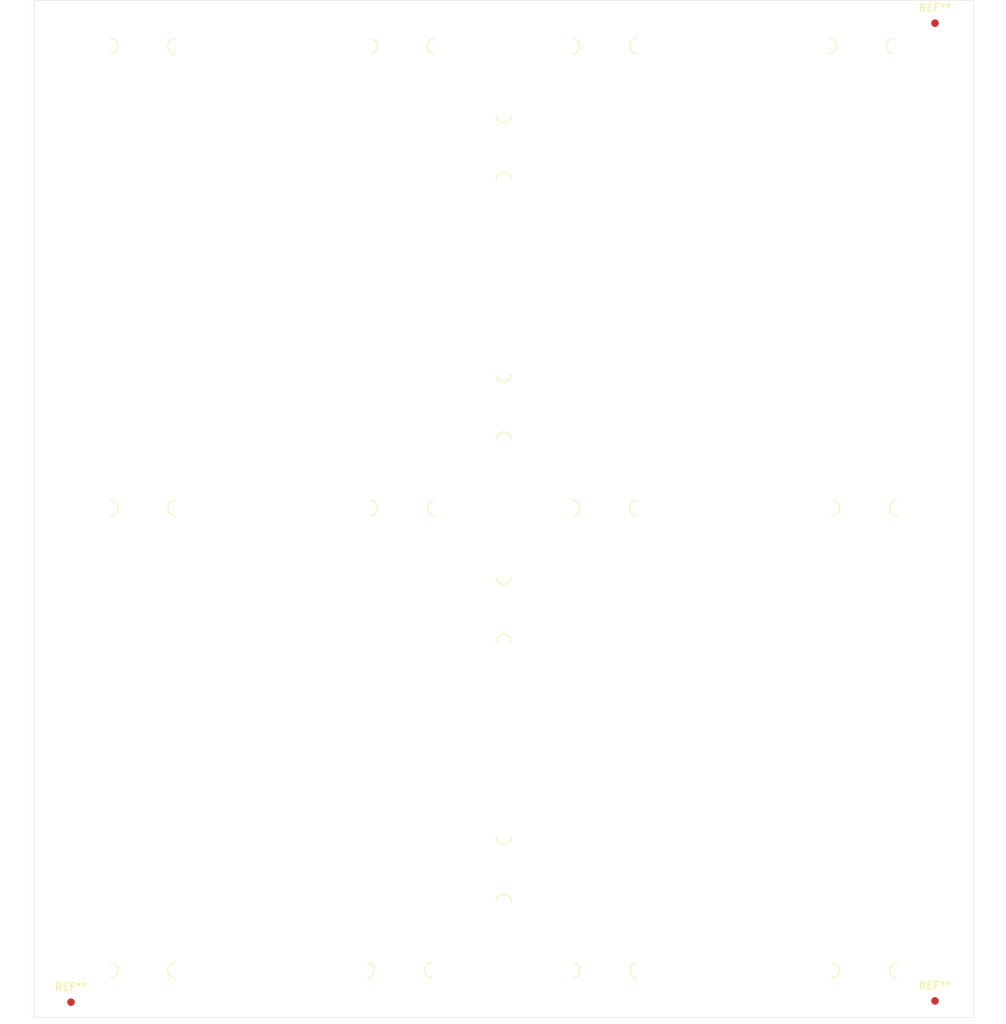
<source format=kicad_pcb>
(kicad_pcb (version 20171130) (host pcbnew "(5.1.9-0-10_14)")

  (general
    (thickness 1.6)
    (drawings 33)
    (tracks 0)
    (zones 0)
    (modules 19)
    (nets 1)
  )

  (page A4)
  (layers
    (0 F.Cu signal)
    (31 B.Cu signal)
    (32 B.Adhes user)
    (33 F.Adhes user)
    (34 B.Paste user)
    (35 F.Paste user)
    (36 B.SilkS user)
    (37 F.SilkS user)
    (38 B.Mask user)
    (39 F.Mask user)
    (40 Dwgs.User user)
    (41 Cmts.User user)
    (42 Eco1.User user)
    (43 Eco2.User user)
    (44 Edge.Cuts user)
    (45 Margin user)
    (46 B.CrtYd user)
    (47 F.CrtYd user)
    (48 B.Fab user)
    (49 F.Fab user)
  )

  (setup
    (last_trace_width 0.25)
    (user_trace_width 0.5)
    (user_trace_width 1)
    (trace_clearance 0.2)
    (zone_clearance 0.1)
    (zone_45_only no)
    (trace_min 0.2)
    (via_size 0.8)
    (via_drill 0.4)
    (via_min_size 0.4)
    (via_min_drill 0.3)
    (uvia_size 0.3)
    (uvia_drill 0.1)
    (uvias_allowed no)
    (uvia_min_size 0.2)
    (uvia_min_drill 0.1)
    (edge_width 0.05)
    (segment_width 0.2)
    (pcb_text_width 0.3)
    (pcb_text_size 1.5 1.5)
    (mod_edge_width 0.12)
    (mod_text_size 1 1)
    (mod_text_width 0.15)
    (pad_size 1.524 1.524)
    (pad_drill 0.762)
    (pad_to_mask_clearance 0)
    (aux_axis_origin 0 0)
    (grid_origin 185.5846 154.321)
    (visible_elements FFFFFF7F)
    (pcbplotparams
      (layerselection 0x010fc_ffffffff)
      (usegerberextensions false)
      (usegerberattributes true)
      (usegerberadvancedattributes true)
      (creategerberjobfile true)
      (excludeedgelayer true)
      (linewidth 0.100000)
      (plotframeref false)
      (viasonmask false)
      (mode 1)
      (useauxorigin false)
      (hpglpennumber 1)
      (hpglpenspeed 20)
      (hpglpendiameter 15.000000)
      (psnegative false)
      (psa4output false)
      (plotreference true)
      (plotvalue true)
      (plotinvisibletext false)
      (padsonsilk false)
      (subtractmaskfromsilk false)
      (outputformat 1)
      (mirror false)
      (drillshape 1)
      (scaleselection 1)
      (outputdirectory ""))
  )

  (net 0 "")

  (net_class Default "This is the default net class."
    (clearance 0.2)
    (trace_width 0.25)
    (via_dia 0.8)
    (via_drill 0.4)
    (uvia_dia 0.3)
    (uvia_drill 0.1)
  )

  (module Fiducial:Fiducial_1mm_Mask2mm (layer F.Cu) (tedit 5C18CB26) (tstamp 60333534)
    (at 67.5846 152.321)
    (descr "Circular Fiducial, 1mm bare copper, 2mm soldermask opening (Level A)")
    (tags fiducial)
    (attr smd)
    (fp_text reference REF** (at 0 -2) (layer F.SilkS)
      (effects (font (size 1 1) (thickness 0.15)))
    )
    (fp_text value Fiducial_1mm_Mask2mm (at 0 2) (layer F.Fab)
      (effects (font (size 1 1) (thickness 0.15)))
    )
    (fp_circle (center 0 0) (end 1 0) (layer F.Fab) (width 0.1))
    (fp_circle (center 0 0) (end 1.25 0) (layer F.CrtYd) (width 0.05))
    (fp_text user %R (at 0 0) (layer F.Fab)
      (effects (font (size 0.4 0.4) (thickness 0.06)))
    )
    (pad "" smd circle (at 0 0) (size 1 1) (layers F.Cu F.Mask)
      (solder_mask_margin 0.5) (clearance 0.5))
  )

  (module Fiducial:Fiducial_1mm_Mask2mm (layer F.Cu) (tedit 5C18CB26) (tstamp 60333505)
    (at 180.5846 24.321)
    (descr "Circular Fiducial, 1mm bare copper, 2mm soldermask opening (Level A)")
    (tags fiducial)
    (attr smd)
    (fp_text reference REF** (at 0 -2) (layer F.SilkS)
      (effects (font (size 1 1) (thickness 0.15)))
    )
    (fp_text value Fiducial_1mm_Mask2mm (at 0 2) (layer F.Fab)
      (effects (font (size 1 1) (thickness 0.15)))
    )
    (fp_text user %R (at 0 0) (layer F.Fab)
      (effects (font (size 0.4 0.4) (thickness 0.06)))
    )
    (fp_circle (center 0 0) (end 1 0) (layer F.Fab) (width 0.1))
    (fp_circle (center 0 0) (end 1.25 0) (layer F.CrtYd) (width 0.05))
    (pad "" smd circle (at 0 0) (size 1 1) (layers F.Cu F.Mask)
      (solder_mask_margin 0.5) (clearance 0.5))
  )

  (module Fiducial:Fiducial_1mm_Mask2mm (layer F.Cu) (tedit 5C18CB26) (tstamp 6033346A)
    (at 180.5846 152.161)
    (descr "Circular Fiducial, 1mm bare copper, 2mm soldermask opening (Level A)")
    (tags fiducial)
    (attr smd)
    (fp_text reference REF** (at 0 -2) (layer F.SilkS)
      (effects (font (size 1 1) (thickness 0.15)))
    )
    (fp_text value Fiducial_1mm_Mask2mm (at 0 2) (layer F.Fab)
      (effects (font (size 1 1) (thickness 0.15)))
    )
    (fp_text user %R (at 0 0) (layer F.Fab)
      (effects (font (size 0.4 0.4) (thickness 0.06)))
    )
    (fp_circle (center 0 0) (end 1 0) (layer F.Fab) (width 0.1))
    (fp_circle (center 0 0) (end 1.25 0) (layer F.CrtYd) (width 0.05))
    (pad "" smd circle (at 0 0) (size 1 1) (layers F.Cu F.Mask)
      (solder_mask_margin 0.5) (clearance 0.5))
  )

  (module Panelization:mouse-bite-2mm-slot (layer F.Cu) (tedit 6032B90F) (tstamp 6033150A)
    (at 135.1646 148.161)
    (fp_text reference mouse-bite-2mm-slot (at 1.524 -2) (layer F.SilkS) hide
      (effects (font (size 1 1) (thickness 0.2)))
    )
    (fp_text value VAL** (at 0 2.1) (layer F.SilkS) hide
      (effects (font (size 1 1) (thickness 0.2)))
    )
    (fp_text user VAL** (at -0.032 2.1) (layer F.SilkS) hide
      (effects (font (size 1 1) (thickness 0.2)))
    )
    (fp_arc (start -2.032 0) (end -2.032 -1) (angle 180) (layer F.SilkS) (width 0.1))
    (fp_arc (start 6.492 0) (end 6.492 1) (angle 180) (layer F.SilkS) (width 0.1))
    (fp_circle (center 6.492 0) (end 6.552 0) (layer Dwgs.User) (width 0.05))
    (fp_circle (center -2.032 0) (end -2.032 -0.06) (layer Dwgs.User) (width 0.05))
    (fp_line (start -2.032 0) (end -2.032 0) (layer Eco1.User) (width 2))
    (fp_line (start 6.492 0) (end 6.492 0) (layer Eco1.User) (width 2))
    (pad "" np_thru_hole circle (at 2.266 0.75) (size 0.5 0.5) (drill 0.5) (layers *.Cu *.Mask))
    (pad "" np_thru_hole circle (at 2.266 -0.75) (size 0.5 0.5) (drill 0.5) (layers *.Cu *.Mask))
    (pad "" np_thru_hole circle (at 4.54 -0.75) (size 0.5 0.5) (drill 0.5) (layers *.Cu *.Mask))
    (pad "" np_thru_hole circle (at 4.54 0.75) (size 0.5 0.5) (drill 0.5) (layers *.Cu *.Mask))
    (pad "" np_thru_hole circle (at 3.79 0.75) (size 0.5 0.5) (drill 0.5) (layers *.Cu *.Mask))
    (pad "" np_thru_hole circle (at 3.79 -0.75) (size 0.5 0.5) (drill 0.5) (layers *.Cu *.Mask))
    (pad "" np_thru_hole circle (at 5.242 -0.75) (size 0.5 0.5) (drill 0.5) (layers *.Cu *.Mask))
    (pad "" np_thru_hole circle (at -0.782 -0.75) (size 0.5 0.5) (drill 0.5) (layers *.Cu *.Mask))
    (pad "" np_thru_hole circle (at -0.782 0.75) (size 0.5 0.5) (drill 0.5) (layers *.Cu *.Mask))
    (pad "" np_thru_hole circle (at 5.242 0.75) (size 0.5 0.5) (drill 0.5) (layers *.Cu *.Mask))
    (pad "" np_thru_hole circle (at 1.492 -0.75) (size 0.5 0.5) (drill 0.5) (layers *.Cu *.Mask))
    (pad "" np_thru_hole circle (at 1.492 0.75) (size 0.5 0.5) (drill 0.5) (layers *.Cu *.Mask))
    (pad "" np_thru_hole circle (at 0.742 0.75) (size 0.5 0.5) (drill 0.5) (layers *.Cu *.Mask))
    (pad "" np_thru_hole circle (at 0.742 -0.75) (size 0.5 0.5) (drill 0.5) (layers *.Cu *.Mask))
    (pad "" np_thru_hole circle (at 3.016 -0.75) (size 0.5 0.5) (drill 0.5) (layers *.Cu *.Mask))
    (pad "" np_thru_hole circle (at 3.016 0.75) (size 0.5 0.5) (drill 0.5) (layers *.Cu *.Mask))
    (pad "" np_thru_hole circle (at -0.032 -0.75) (size 0.5 0.5) (drill 0.5) (layers *.Cu *.Mask))
    (pad "" np_thru_hole circle (at -0.032 0.75) (size 0.5 0.5) (drill 0.5) (layers *.Cu *.Mask))
  )

  (module Panelization:mouse-bite-2mm-slot (layer F.Cu) (tedit 6032B90F) (tstamp 60331519)
    (at 173.5846 148.161 180)
    (fp_text reference mouse-bite-2mm-slot (at 0 -2) (layer F.SilkS) hide
      (effects (font (size 1 1) (thickness 0.2)))
    )
    (fp_text value VAL** (at 0 2.1) (layer F.SilkS) hide
      (effects (font (size 1 1) (thickness 0.2)))
    )
    (fp_text user VAL** (at -0.032 2.1) (layer F.SilkS) hide
      (effects (font (size 1 1) (thickness 0.2)))
    )
    (fp_arc (start -2.032 0) (end -2.032 -1) (angle 180) (layer F.SilkS) (width 0.1))
    (fp_arc (start 6.492 0) (end 6.492 1) (angle 180) (layer F.SilkS) (width 0.1))
    (fp_circle (center 6.492 0) (end 6.552 0) (layer Dwgs.User) (width 0.05))
    (fp_circle (center -2.032 0) (end -2.032 -0.06) (layer Dwgs.User) (width 0.05))
    (fp_line (start -2.032 0) (end -2.032 0) (layer Eco1.User) (width 2))
    (fp_line (start 6.492 0) (end 6.492 0) (layer Eco1.User) (width 2))
    (pad "" np_thru_hole circle (at 2.266 0.75 180) (size 0.5 0.5) (drill 0.5) (layers *.Cu *.Mask))
    (pad "" np_thru_hole circle (at 2.266 -0.75 180) (size 0.5 0.5) (drill 0.5) (layers *.Cu *.Mask))
    (pad "" np_thru_hole circle (at 4.54 -0.75 180) (size 0.5 0.5) (drill 0.5) (layers *.Cu *.Mask))
    (pad "" np_thru_hole circle (at 4.54 0.75 180) (size 0.5 0.5) (drill 0.5) (layers *.Cu *.Mask))
    (pad "" np_thru_hole circle (at 3.79 0.75 180) (size 0.5 0.5) (drill 0.5) (layers *.Cu *.Mask))
    (pad "" np_thru_hole circle (at 3.79 -0.75 180) (size 0.5 0.5) (drill 0.5) (layers *.Cu *.Mask))
    (pad "" np_thru_hole circle (at 5.242 -0.75 180) (size 0.5 0.5) (drill 0.5) (layers *.Cu *.Mask))
    (pad "" np_thru_hole circle (at -0.782 -0.75 180) (size 0.5 0.5) (drill 0.5) (layers *.Cu *.Mask))
    (pad "" np_thru_hole circle (at -0.782 0.75 180) (size 0.5 0.5) (drill 0.5) (layers *.Cu *.Mask))
    (pad "" np_thru_hole circle (at 5.242 0.75 180) (size 0.5 0.5) (drill 0.5) (layers *.Cu *.Mask))
    (pad "" np_thru_hole circle (at 1.492 -0.75 180) (size 0.5 0.5) (drill 0.5) (layers *.Cu *.Mask))
    (pad "" np_thru_hole circle (at 1.492 0.75 180) (size 0.5 0.5) (drill 0.5) (layers *.Cu *.Mask))
    (pad "" np_thru_hole circle (at 0.742 0.75 180) (size 0.5 0.5) (drill 0.5) (layers *.Cu *.Mask))
    (pad "" np_thru_hole circle (at 0.742 -0.75 180) (size 0.5 0.5) (drill 0.5) (layers *.Cu *.Mask))
    (pad "" np_thru_hole circle (at 3.016 -0.75 180) (size 0.5 0.5) (drill 0.5) (layers *.Cu *.Mask))
    (pad "" np_thru_hole circle (at 3.016 0.75 180) (size 0.5 0.5) (drill 0.5) (layers *.Cu *.Mask))
    (pad "" np_thru_hole circle (at -0.032 -0.75 180) (size 0.5 0.5) (drill 0.5) (layers *.Cu *.Mask))
    (pad "" np_thru_hole circle (at -0.032 0.75 180) (size 0.5 0.5) (drill 0.5) (layers *.Cu *.Mask))
  )

  (module Panelization:mouse-bite-2mm-slot (layer F.Cu) (tedit 6032B90F) (tstamp 60331519)
    (at 112.7446 148.161 180)
    (fp_text reference mouse-bite-2mm-slot (at 0 -2) (layer F.SilkS) hide
      (effects (font (size 1 1) (thickness 0.2)))
    )
    (fp_text value VAL** (at 0 2.1) (layer F.SilkS) hide
      (effects (font (size 1 1) (thickness 0.2)))
    )
    (fp_text user VAL** (at -0.032 2.1) (layer F.SilkS) hide
      (effects (font (size 1 1) (thickness 0.2)))
    )
    (fp_arc (start -2.032 0) (end -2.032 -1) (angle 180) (layer F.SilkS) (width 0.1))
    (fp_arc (start 6.492 0) (end 6.492 1) (angle 180) (layer F.SilkS) (width 0.1))
    (fp_circle (center 6.492 0) (end 6.552 0) (layer Dwgs.User) (width 0.05))
    (fp_circle (center -2.032 0) (end -2.032 -0.06) (layer Dwgs.User) (width 0.05))
    (fp_line (start -2.032 0) (end -2.032 0) (layer Eco1.User) (width 2))
    (fp_line (start 6.492 0) (end 6.492 0) (layer Eco1.User) (width 2))
    (pad "" np_thru_hole circle (at 2.266 0.75 180) (size 0.5 0.5) (drill 0.5) (layers *.Cu *.Mask))
    (pad "" np_thru_hole circle (at 2.266 -0.75 180) (size 0.5 0.5) (drill 0.5) (layers *.Cu *.Mask))
    (pad "" np_thru_hole circle (at 4.54 -0.75 180) (size 0.5 0.5) (drill 0.5) (layers *.Cu *.Mask))
    (pad "" np_thru_hole circle (at 4.54 0.75 180) (size 0.5 0.5) (drill 0.5) (layers *.Cu *.Mask))
    (pad "" np_thru_hole circle (at 3.79 0.75 180) (size 0.5 0.5) (drill 0.5) (layers *.Cu *.Mask))
    (pad "" np_thru_hole circle (at 3.79 -0.75 180) (size 0.5 0.5) (drill 0.5) (layers *.Cu *.Mask))
    (pad "" np_thru_hole circle (at 5.242 -0.75 180) (size 0.5 0.5) (drill 0.5) (layers *.Cu *.Mask))
    (pad "" np_thru_hole circle (at -0.782 -0.75 180) (size 0.5 0.5) (drill 0.5) (layers *.Cu *.Mask))
    (pad "" np_thru_hole circle (at -0.782 0.75 180) (size 0.5 0.5) (drill 0.5) (layers *.Cu *.Mask))
    (pad "" np_thru_hole circle (at 5.242 0.75 180) (size 0.5 0.5) (drill 0.5) (layers *.Cu *.Mask))
    (pad "" np_thru_hole circle (at 1.492 -0.75 180) (size 0.5 0.5) (drill 0.5) (layers *.Cu *.Mask))
    (pad "" np_thru_hole circle (at 1.492 0.75 180) (size 0.5 0.5) (drill 0.5) (layers *.Cu *.Mask))
    (pad "" np_thru_hole circle (at 0.742 0.75 180) (size 0.5 0.5) (drill 0.5) (layers *.Cu *.Mask))
    (pad "" np_thru_hole circle (at 0.742 -0.75 180) (size 0.5 0.5) (drill 0.5) (layers *.Cu *.Mask))
    (pad "" np_thru_hole circle (at 3.016 -0.75 180) (size 0.5 0.5) (drill 0.5) (layers *.Cu *.Mask))
    (pad "" np_thru_hole circle (at 3.016 0.75 180) (size 0.5 0.5) (drill 0.5) (layers *.Cu *.Mask))
    (pad "" np_thru_hole circle (at -0.032 -0.75 180) (size 0.5 0.5) (drill 0.5) (layers *.Cu *.Mask))
    (pad "" np_thru_hole circle (at -0.032 0.75 180) (size 0.5 0.5) (drill 0.5) (layers *.Cu *.Mask))
  )

  (module Panelization:mouse-bite-2mm-slot (layer F.Cu) (tedit 6032B90F) (tstamp 6033150A)
    (at 74.7446 148.161)
    (fp_text reference mouse-bite-2mm-slot (at 0 -2) (layer F.SilkS) hide
      (effects (font (size 1 1) (thickness 0.2)))
    )
    (fp_text value VAL** (at 0 2.1) (layer F.SilkS) hide
      (effects (font (size 1 1) (thickness 0.2)))
    )
    (fp_text user VAL** (at -0.032 2.1) (layer F.SilkS) hide
      (effects (font (size 1 1) (thickness 0.2)))
    )
    (fp_arc (start -2.032 0) (end -2.032 -1) (angle 180) (layer F.SilkS) (width 0.1))
    (fp_arc (start 6.492 0) (end 6.492 1) (angle 180) (layer F.SilkS) (width 0.1))
    (fp_circle (center 6.492 0) (end 6.552 0) (layer Dwgs.User) (width 0.05))
    (fp_circle (center -2.032 0) (end -2.032 -0.06) (layer Dwgs.User) (width 0.05))
    (fp_line (start -2.032 0) (end -2.032 0) (layer Eco1.User) (width 2))
    (fp_line (start 6.492 0) (end 6.492 0) (layer Eco1.User) (width 2))
    (pad "" np_thru_hole circle (at 2.266 0.75) (size 0.5 0.5) (drill 0.5) (layers *.Cu *.Mask))
    (pad "" np_thru_hole circle (at 2.266 -0.75) (size 0.5 0.5) (drill 0.5) (layers *.Cu *.Mask))
    (pad "" np_thru_hole circle (at 4.54 -0.75) (size 0.5 0.5) (drill 0.5) (layers *.Cu *.Mask))
    (pad "" np_thru_hole circle (at 4.54 0.75) (size 0.5 0.5) (drill 0.5) (layers *.Cu *.Mask))
    (pad "" np_thru_hole circle (at 3.79 0.75) (size 0.5 0.5) (drill 0.5) (layers *.Cu *.Mask))
    (pad "" np_thru_hole circle (at 3.79 -0.75) (size 0.5 0.5) (drill 0.5) (layers *.Cu *.Mask))
    (pad "" np_thru_hole circle (at 5.242 -0.75) (size 0.5 0.5) (drill 0.5) (layers *.Cu *.Mask))
    (pad "" np_thru_hole circle (at -0.782 -0.75) (size 0.5 0.5) (drill 0.5) (layers *.Cu *.Mask))
    (pad "" np_thru_hole circle (at -0.782 0.75) (size 0.5 0.5) (drill 0.5) (layers *.Cu *.Mask))
    (pad "" np_thru_hole circle (at 5.242 0.75) (size 0.5 0.5) (drill 0.5) (layers *.Cu *.Mask))
    (pad "" np_thru_hole circle (at 1.492 -0.75) (size 0.5 0.5) (drill 0.5) (layers *.Cu *.Mask))
    (pad "" np_thru_hole circle (at 1.492 0.75) (size 0.5 0.5) (drill 0.5) (layers *.Cu *.Mask))
    (pad "" np_thru_hole circle (at 0.742 0.75) (size 0.5 0.5) (drill 0.5) (layers *.Cu *.Mask))
    (pad "" np_thru_hole circle (at 0.742 -0.75) (size 0.5 0.5) (drill 0.5) (layers *.Cu *.Mask))
    (pad "" np_thru_hole circle (at 3.016 -0.75) (size 0.5 0.5) (drill 0.5) (layers *.Cu *.Mask))
    (pad "" np_thru_hole circle (at 3.016 0.75) (size 0.5 0.5) (drill 0.5) (layers *.Cu *.Mask))
    (pad "" np_thru_hole circle (at -0.032 -0.75) (size 0.5 0.5) (drill 0.5) (layers *.Cu *.Mask))
    (pad "" np_thru_hole circle (at -0.032 0.75) (size 0.5 0.5) (drill 0.5) (layers *.Cu *.Mask))
  )

  (module Panelization:mouse-bite-2mm-slot (layer F.Cu) (tedit 6032B90F) (tstamp 60331519)
    (at 173.1646 27.321 180)
    (fp_text reference mouse-bite-2mm-slot (at 0 -2) (layer F.SilkS) hide
      (effects (font (size 1 1) (thickness 0.2)))
    )
    (fp_text value VAL** (at 0 2.1) (layer F.SilkS) hide
      (effects (font (size 1 1) (thickness 0.2)))
    )
    (fp_text user VAL** (at -0.032 2.1) (layer F.SilkS) hide
      (effects (font (size 1 1) (thickness 0.2)))
    )
    (fp_arc (start -2.032 0) (end -2.032 -1) (angle 180) (layer F.SilkS) (width 0.1))
    (fp_arc (start 6.492 0) (end 6.492 1) (angle 180) (layer F.SilkS) (width 0.1))
    (fp_circle (center 6.492 0) (end 6.552 0) (layer Dwgs.User) (width 0.05))
    (fp_circle (center -2.032 0) (end -2.032 -0.06) (layer Dwgs.User) (width 0.05))
    (fp_line (start -2.032 0) (end -2.032 0) (layer Eco1.User) (width 2))
    (fp_line (start 6.492 0) (end 6.492 0) (layer Eco1.User) (width 2))
    (pad "" np_thru_hole circle (at 2.266 0.75 180) (size 0.5 0.5) (drill 0.5) (layers *.Cu *.Mask))
    (pad "" np_thru_hole circle (at 2.266 -0.75 180) (size 0.5 0.5) (drill 0.5) (layers *.Cu *.Mask))
    (pad "" np_thru_hole circle (at 4.54 -0.75 180) (size 0.5 0.5) (drill 0.5) (layers *.Cu *.Mask))
    (pad "" np_thru_hole circle (at 4.54 0.75 180) (size 0.5 0.5) (drill 0.5) (layers *.Cu *.Mask))
    (pad "" np_thru_hole circle (at 3.79 0.75 180) (size 0.5 0.5) (drill 0.5) (layers *.Cu *.Mask))
    (pad "" np_thru_hole circle (at 3.79 -0.75 180) (size 0.5 0.5) (drill 0.5) (layers *.Cu *.Mask))
    (pad "" np_thru_hole circle (at 5.242 -0.75 180) (size 0.5 0.5) (drill 0.5) (layers *.Cu *.Mask))
    (pad "" np_thru_hole circle (at -0.782 -0.75 180) (size 0.5 0.5) (drill 0.5) (layers *.Cu *.Mask))
    (pad "" np_thru_hole circle (at -0.782 0.75 180) (size 0.5 0.5) (drill 0.5) (layers *.Cu *.Mask))
    (pad "" np_thru_hole circle (at 5.242 0.75 180) (size 0.5 0.5) (drill 0.5) (layers *.Cu *.Mask))
    (pad "" np_thru_hole circle (at 1.492 -0.75 180) (size 0.5 0.5) (drill 0.5) (layers *.Cu *.Mask))
    (pad "" np_thru_hole circle (at 1.492 0.75 180) (size 0.5 0.5) (drill 0.5) (layers *.Cu *.Mask))
    (pad "" np_thru_hole circle (at 0.742 0.75 180) (size 0.5 0.5) (drill 0.5) (layers *.Cu *.Mask))
    (pad "" np_thru_hole circle (at 0.742 -0.75 180) (size 0.5 0.5) (drill 0.5) (layers *.Cu *.Mask))
    (pad "" np_thru_hole circle (at 3.016 -0.75 180) (size 0.5 0.5) (drill 0.5) (layers *.Cu *.Mask))
    (pad "" np_thru_hole circle (at 3.016 0.75 180) (size 0.5 0.5) (drill 0.5) (layers *.Cu *.Mask))
    (pad "" np_thru_hole circle (at -0.032 -0.75 180) (size 0.5 0.5) (drill 0.5) (layers *.Cu *.Mask))
    (pad "" np_thru_hole circle (at -0.032 0.75 180) (size 0.5 0.5) (drill 0.5) (layers *.Cu *.Mask))
  )

  (module Panelization:mouse-bite-2mm-slot (layer F.Cu) (tedit 6032B90F) (tstamp 6033150A)
    (at 135.1646 27.321)
    (fp_text reference mouse-bite-2mm-slot (at 0 -2) (layer F.SilkS) hide
      (effects (font (size 1 1) (thickness 0.2)))
    )
    (fp_text value VAL** (at 0 2.1) (layer F.SilkS) hide
      (effects (font (size 1 1) (thickness 0.2)))
    )
    (fp_text user VAL** (at -0.032 2.1) (layer F.SilkS) hide
      (effects (font (size 1 1) (thickness 0.2)))
    )
    (fp_arc (start -2.032 0) (end -2.032 -1) (angle 180) (layer F.SilkS) (width 0.1))
    (fp_arc (start 6.492 0) (end 6.492 1) (angle 180) (layer F.SilkS) (width 0.1))
    (fp_circle (center 6.492 0) (end 6.552 0) (layer Dwgs.User) (width 0.05))
    (fp_circle (center -2.032 0) (end -2.032 -0.06) (layer Dwgs.User) (width 0.05))
    (fp_line (start -2.032 0) (end -2.032 0) (layer Eco1.User) (width 2))
    (fp_line (start 6.492 0) (end 6.492 0) (layer Eco1.User) (width 2))
    (pad "" np_thru_hole circle (at 2.266 0.75) (size 0.5 0.5) (drill 0.5) (layers *.Cu *.Mask))
    (pad "" np_thru_hole circle (at 2.266 -0.75) (size 0.5 0.5) (drill 0.5) (layers *.Cu *.Mask))
    (pad "" np_thru_hole circle (at 4.54 -0.75) (size 0.5 0.5) (drill 0.5) (layers *.Cu *.Mask))
    (pad "" np_thru_hole circle (at 4.54 0.75) (size 0.5 0.5) (drill 0.5) (layers *.Cu *.Mask))
    (pad "" np_thru_hole circle (at 3.79 0.75) (size 0.5 0.5) (drill 0.5) (layers *.Cu *.Mask))
    (pad "" np_thru_hole circle (at 3.79 -0.75) (size 0.5 0.5) (drill 0.5) (layers *.Cu *.Mask))
    (pad "" np_thru_hole circle (at 5.242 -0.75) (size 0.5 0.5) (drill 0.5) (layers *.Cu *.Mask))
    (pad "" np_thru_hole circle (at -0.782 -0.75) (size 0.5 0.5) (drill 0.5) (layers *.Cu *.Mask))
    (pad "" np_thru_hole circle (at -0.782 0.75) (size 0.5 0.5) (drill 0.5) (layers *.Cu *.Mask))
    (pad "" np_thru_hole circle (at 5.242 0.75) (size 0.5 0.5) (drill 0.5) (layers *.Cu *.Mask))
    (pad "" np_thru_hole circle (at 1.492 -0.75) (size 0.5 0.5) (drill 0.5) (layers *.Cu *.Mask))
    (pad "" np_thru_hole circle (at 1.492 0.75) (size 0.5 0.5) (drill 0.5) (layers *.Cu *.Mask))
    (pad "" np_thru_hole circle (at 0.742 0.75) (size 0.5 0.5) (drill 0.5) (layers *.Cu *.Mask))
    (pad "" np_thru_hole circle (at 0.742 -0.75) (size 0.5 0.5) (drill 0.5) (layers *.Cu *.Mask))
    (pad "" np_thru_hole circle (at 3.016 -0.75) (size 0.5 0.5) (drill 0.5) (layers *.Cu *.Mask))
    (pad "" np_thru_hole circle (at 3.016 0.75) (size 0.5 0.5) (drill 0.5) (layers *.Cu *.Mask))
    (pad "" np_thru_hole circle (at -0.032 -0.75) (size 0.5 0.5) (drill 0.5) (layers *.Cu *.Mask))
    (pad "" np_thru_hole circle (at -0.032 0.75) (size 0.5 0.5) (drill 0.5) (layers *.Cu *.Mask))
  )

  (module Panelization:mouse-bite-2mm-slot (layer F.Cu) (tedit 6032B90F) (tstamp 60331519)
    (at 113.1646 27.321 180)
    (fp_text reference mouse-bite-2mm-slot (at 0 -2) (layer F.SilkS) hide
      (effects (font (size 1 1) (thickness 0.2)))
    )
    (fp_text value VAL** (at 0 2.1) (layer F.SilkS) hide
      (effects (font (size 1 1) (thickness 0.2)))
    )
    (fp_text user VAL** (at -0.032 2.1) (layer F.SilkS) hide
      (effects (font (size 1 1) (thickness 0.2)))
    )
    (fp_arc (start -2.032 0) (end -2.032 -1) (angle 180) (layer F.SilkS) (width 0.1))
    (fp_arc (start 6.492 0) (end 6.492 1) (angle 180) (layer F.SilkS) (width 0.1))
    (fp_circle (center 6.492 0) (end 6.552 0) (layer Dwgs.User) (width 0.05))
    (fp_circle (center -2.032 0) (end -2.032 -0.06) (layer Dwgs.User) (width 0.05))
    (fp_line (start -2.032 0) (end -2.032 0) (layer Eco1.User) (width 2))
    (fp_line (start 6.492 0) (end 6.492 0) (layer Eco1.User) (width 2))
    (pad "" np_thru_hole circle (at 2.266 0.75 180) (size 0.5 0.5) (drill 0.5) (layers *.Cu *.Mask))
    (pad "" np_thru_hole circle (at 2.266 -0.75 180) (size 0.5 0.5) (drill 0.5) (layers *.Cu *.Mask))
    (pad "" np_thru_hole circle (at 4.54 -0.75 180) (size 0.5 0.5) (drill 0.5) (layers *.Cu *.Mask))
    (pad "" np_thru_hole circle (at 4.54 0.75 180) (size 0.5 0.5) (drill 0.5) (layers *.Cu *.Mask))
    (pad "" np_thru_hole circle (at 3.79 0.75 180) (size 0.5 0.5) (drill 0.5) (layers *.Cu *.Mask))
    (pad "" np_thru_hole circle (at 3.79 -0.75 180) (size 0.5 0.5) (drill 0.5) (layers *.Cu *.Mask))
    (pad "" np_thru_hole circle (at 5.242 -0.75 180) (size 0.5 0.5) (drill 0.5) (layers *.Cu *.Mask))
    (pad "" np_thru_hole circle (at -0.782 -0.75 180) (size 0.5 0.5) (drill 0.5) (layers *.Cu *.Mask))
    (pad "" np_thru_hole circle (at -0.782 0.75 180) (size 0.5 0.5) (drill 0.5) (layers *.Cu *.Mask))
    (pad "" np_thru_hole circle (at 5.242 0.75 180) (size 0.5 0.5) (drill 0.5) (layers *.Cu *.Mask))
    (pad "" np_thru_hole circle (at 1.492 -0.75 180) (size 0.5 0.5) (drill 0.5) (layers *.Cu *.Mask))
    (pad "" np_thru_hole circle (at 1.492 0.75 180) (size 0.5 0.5) (drill 0.5) (layers *.Cu *.Mask))
    (pad "" np_thru_hole circle (at 0.742 0.75 180) (size 0.5 0.5) (drill 0.5) (layers *.Cu *.Mask))
    (pad "" np_thru_hole circle (at 0.742 -0.75 180) (size 0.5 0.5) (drill 0.5) (layers *.Cu *.Mask))
    (pad "" np_thru_hole circle (at 3.016 -0.75 180) (size 0.5 0.5) (drill 0.5) (layers *.Cu *.Mask))
    (pad "" np_thru_hole circle (at 3.016 0.75 180) (size 0.5 0.5) (drill 0.5) (layers *.Cu *.Mask))
    (pad "" np_thru_hole circle (at -0.032 -0.75 180) (size 0.5 0.5) (drill 0.5) (layers *.Cu *.Mask))
    (pad "" np_thru_hole circle (at -0.032 0.75 180) (size 0.5 0.5) (drill 0.5) (layers *.Cu *.Mask))
  )

  (module Panelization:mouse-bite-2mm-slot (layer F.Cu) (tedit 6032B90F) (tstamp 6033150A)
    (at 74.7446 27.321)
    (fp_text reference mouse-bite-2mm-slot (at 0 -2) (layer F.SilkS) hide
      (effects (font (size 1 1) (thickness 0.2)))
    )
    (fp_text value VAL** (at 0 2.1) (layer F.SilkS) hide
      (effects (font (size 1 1) (thickness 0.2)))
    )
    (fp_text user VAL** (at -0.032 2.1) (layer F.SilkS) hide
      (effects (font (size 1 1) (thickness 0.2)))
    )
    (fp_arc (start -2.032 0) (end -2.032 -1) (angle 180) (layer F.SilkS) (width 0.1))
    (fp_arc (start 6.492 0) (end 6.492 1) (angle 180) (layer F.SilkS) (width 0.1))
    (fp_circle (center 6.492 0) (end 6.552 0) (layer Dwgs.User) (width 0.05))
    (fp_circle (center -2.032 0) (end -2.032 -0.06) (layer Dwgs.User) (width 0.05))
    (fp_line (start -2.032 0) (end -2.032 0) (layer Eco1.User) (width 2))
    (fp_line (start 6.492 0) (end 6.492 0) (layer Eco1.User) (width 2))
    (pad "" np_thru_hole circle (at 2.266 0.75) (size 0.5 0.5) (drill 0.5) (layers *.Cu *.Mask))
    (pad "" np_thru_hole circle (at 2.266 -0.75) (size 0.5 0.5) (drill 0.5) (layers *.Cu *.Mask))
    (pad "" np_thru_hole circle (at 4.54 -0.75) (size 0.5 0.5) (drill 0.5) (layers *.Cu *.Mask))
    (pad "" np_thru_hole circle (at 4.54 0.75) (size 0.5 0.5) (drill 0.5) (layers *.Cu *.Mask))
    (pad "" np_thru_hole circle (at 3.79 0.75) (size 0.5 0.5) (drill 0.5) (layers *.Cu *.Mask))
    (pad "" np_thru_hole circle (at 3.79 -0.75) (size 0.5 0.5) (drill 0.5) (layers *.Cu *.Mask))
    (pad "" np_thru_hole circle (at 5.242 -0.75) (size 0.5 0.5) (drill 0.5) (layers *.Cu *.Mask))
    (pad "" np_thru_hole circle (at -0.782 -0.75) (size 0.5 0.5) (drill 0.5) (layers *.Cu *.Mask))
    (pad "" np_thru_hole circle (at -0.782 0.75) (size 0.5 0.5) (drill 0.5) (layers *.Cu *.Mask))
    (pad "" np_thru_hole circle (at 5.242 0.75) (size 0.5 0.5) (drill 0.5) (layers *.Cu *.Mask))
    (pad "" np_thru_hole circle (at 1.492 -0.75) (size 0.5 0.5) (drill 0.5) (layers *.Cu *.Mask))
    (pad "" np_thru_hole circle (at 1.492 0.75) (size 0.5 0.5) (drill 0.5) (layers *.Cu *.Mask))
    (pad "" np_thru_hole circle (at 0.742 0.75) (size 0.5 0.5) (drill 0.5) (layers *.Cu *.Mask))
    (pad "" np_thru_hole circle (at 0.742 -0.75) (size 0.5 0.5) (drill 0.5) (layers *.Cu *.Mask))
    (pad "" np_thru_hole circle (at 3.016 -0.75) (size 0.5 0.5) (drill 0.5) (layers *.Cu *.Mask))
    (pad "" np_thru_hole circle (at 3.016 0.75) (size 0.5 0.5) (drill 0.5) (layers *.Cu *.Mask))
    (pad "" np_thru_hole circle (at -0.032 -0.75) (size 0.5 0.5) (drill 0.5) (layers *.Cu *.Mask))
    (pad "" np_thru_hole circle (at -0.032 0.75) (size 0.5 0.5) (drill 0.5) (layers *.Cu *.Mask))
  )

  (module Panelization:mouse-bite-2mm-slot (layer F.Cu) (tedit 6032B90F) (tstamp 60331519)
    (at 135.1646 87.741)
    (fp_text reference mouse-bite-2mm-slot (at 0 -2) (layer F.SilkS) hide
      (effects (font (size 1 1) (thickness 0.2)))
    )
    (fp_text value VAL** (at 0 2.1) (layer F.SilkS) hide
      (effects (font (size 1 1) (thickness 0.2)))
    )
    (fp_text user VAL** (at -0.032 2.1) (layer F.SilkS) hide
      (effects (font (size 1 1) (thickness 0.2)))
    )
    (fp_arc (start -2.032 0) (end -2.032 -1) (angle 180) (layer F.SilkS) (width 0.1))
    (fp_arc (start 6.492 0) (end 6.492 1) (angle 180) (layer F.SilkS) (width 0.1))
    (fp_circle (center 6.492 0) (end 6.552 0) (layer Dwgs.User) (width 0.05))
    (fp_circle (center -2.032 0) (end -2.032 -0.06) (layer Dwgs.User) (width 0.05))
    (fp_line (start -2.032 0) (end -2.032 0) (layer Eco1.User) (width 2))
    (fp_line (start 6.492 0) (end 6.492 0) (layer Eco1.User) (width 2))
    (pad "" np_thru_hole circle (at 2.266 0.75) (size 0.5 0.5) (drill 0.5) (layers *.Cu *.Mask))
    (pad "" np_thru_hole circle (at 2.266 -0.75) (size 0.5 0.5) (drill 0.5) (layers *.Cu *.Mask))
    (pad "" np_thru_hole circle (at 4.54 -0.75) (size 0.5 0.5) (drill 0.5) (layers *.Cu *.Mask))
    (pad "" np_thru_hole circle (at 4.54 0.75) (size 0.5 0.5) (drill 0.5) (layers *.Cu *.Mask))
    (pad "" np_thru_hole circle (at 3.79 0.75) (size 0.5 0.5) (drill 0.5) (layers *.Cu *.Mask))
    (pad "" np_thru_hole circle (at 3.79 -0.75) (size 0.5 0.5) (drill 0.5) (layers *.Cu *.Mask))
    (pad "" np_thru_hole circle (at 5.242 -0.75) (size 0.5 0.5) (drill 0.5) (layers *.Cu *.Mask))
    (pad "" np_thru_hole circle (at -0.782 -0.75) (size 0.5 0.5) (drill 0.5) (layers *.Cu *.Mask))
    (pad "" np_thru_hole circle (at -0.782 0.75) (size 0.5 0.5) (drill 0.5) (layers *.Cu *.Mask))
    (pad "" np_thru_hole circle (at 5.242 0.75) (size 0.5 0.5) (drill 0.5) (layers *.Cu *.Mask))
    (pad "" np_thru_hole circle (at 1.492 -0.75) (size 0.5 0.5) (drill 0.5) (layers *.Cu *.Mask))
    (pad "" np_thru_hole circle (at 1.492 0.75) (size 0.5 0.5) (drill 0.5) (layers *.Cu *.Mask))
    (pad "" np_thru_hole circle (at 0.742 0.75) (size 0.5 0.5) (drill 0.5) (layers *.Cu *.Mask))
    (pad "" np_thru_hole circle (at 0.742 -0.75) (size 0.5 0.5) (drill 0.5) (layers *.Cu *.Mask))
    (pad "" np_thru_hole circle (at 3.016 -0.75) (size 0.5 0.5) (drill 0.5) (layers *.Cu *.Mask))
    (pad "" np_thru_hole circle (at 3.016 0.75) (size 0.5 0.5) (drill 0.5) (layers *.Cu *.Mask))
    (pad "" np_thru_hole circle (at -0.032 -0.75) (size 0.5 0.5) (drill 0.5) (layers *.Cu *.Mask))
    (pad "" np_thru_hole circle (at -0.032 0.75) (size 0.5 0.5) (drill 0.5) (layers *.Cu *.Mask))
  )

  (module Panelization:mouse-bite-2mm-slot (layer F.Cu) (tedit 6032B90F) (tstamp 6033150A)
    (at 173.5846 87.741 180)
    (fp_text reference mouse-bite-2mm-slot (at 0 -2) (layer F.SilkS) hide
      (effects (font (size 1 1) (thickness 0.2)))
    )
    (fp_text value VAL** (at 0 2.1) (layer F.SilkS) hide
      (effects (font (size 1 1) (thickness 0.2)))
    )
    (fp_text user VAL** (at -0.032 2.1) (layer F.SilkS) hide
      (effects (font (size 1 1) (thickness 0.2)))
    )
    (fp_arc (start -2.032 0) (end -2.032 -1) (angle 180) (layer F.SilkS) (width 0.1))
    (fp_arc (start 6.492 0) (end 6.492 1) (angle 180) (layer F.SilkS) (width 0.1))
    (fp_circle (center 6.492 0) (end 6.552 0) (layer Dwgs.User) (width 0.05))
    (fp_circle (center -2.032 0) (end -2.032 -0.06) (layer Dwgs.User) (width 0.05))
    (fp_line (start -2.032 0) (end -2.032 0) (layer Eco1.User) (width 2))
    (fp_line (start 6.492 0) (end 6.492 0) (layer Eco1.User) (width 2))
    (pad "" np_thru_hole circle (at 2.266 0.75 180) (size 0.5 0.5) (drill 0.5) (layers *.Cu *.Mask))
    (pad "" np_thru_hole circle (at 2.266 -0.75 180) (size 0.5 0.5) (drill 0.5) (layers *.Cu *.Mask))
    (pad "" np_thru_hole circle (at 4.54 -0.75 180) (size 0.5 0.5) (drill 0.5) (layers *.Cu *.Mask))
    (pad "" np_thru_hole circle (at 4.54 0.75 180) (size 0.5 0.5) (drill 0.5) (layers *.Cu *.Mask))
    (pad "" np_thru_hole circle (at 3.79 0.75 180) (size 0.5 0.5) (drill 0.5) (layers *.Cu *.Mask))
    (pad "" np_thru_hole circle (at 3.79 -0.75 180) (size 0.5 0.5) (drill 0.5) (layers *.Cu *.Mask))
    (pad "" np_thru_hole circle (at 5.242 -0.75 180) (size 0.5 0.5) (drill 0.5) (layers *.Cu *.Mask))
    (pad "" np_thru_hole circle (at -0.782 -0.75 180) (size 0.5 0.5) (drill 0.5) (layers *.Cu *.Mask))
    (pad "" np_thru_hole circle (at -0.782 0.75 180) (size 0.5 0.5) (drill 0.5) (layers *.Cu *.Mask))
    (pad "" np_thru_hole circle (at 5.242 0.75 180) (size 0.5 0.5) (drill 0.5) (layers *.Cu *.Mask))
    (pad "" np_thru_hole circle (at 1.492 -0.75 180) (size 0.5 0.5) (drill 0.5) (layers *.Cu *.Mask))
    (pad "" np_thru_hole circle (at 1.492 0.75 180) (size 0.5 0.5) (drill 0.5) (layers *.Cu *.Mask))
    (pad "" np_thru_hole circle (at 0.742 0.75 180) (size 0.5 0.5) (drill 0.5) (layers *.Cu *.Mask))
    (pad "" np_thru_hole circle (at 0.742 -0.75 180) (size 0.5 0.5) (drill 0.5) (layers *.Cu *.Mask))
    (pad "" np_thru_hole circle (at 3.016 -0.75 180) (size 0.5 0.5) (drill 0.5) (layers *.Cu *.Mask))
    (pad "" np_thru_hole circle (at 3.016 0.75 180) (size 0.5 0.5) (drill 0.5) (layers *.Cu *.Mask))
    (pad "" np_thru_hole circle (at -0.032 -0.75 180) (size 0.5 0.5) (drill 0.5) (layers *.Cu *.Mask))
    (pad "" np_thru_hole circle (at -0.032 0.75 180) (size 0.5 0.5) (drill 0.5) (layers *.Cu *.Mask))
  )

  (module Panelization:mouse-bite-2mm-slot (layer F.Cu) (tedit 6032B90F) (tstamp 60332F5F)
    (at 124.1646 98.741 270)
    (fp_text reference mouse-bite-2mm-slot (at 0 -2 90) (layer F.SilkS) hide
      (effects (font (size 1 1) (thickness 0.2)))
    )
    (fp_text value VAL** (at 0 2.1 90) (layer F.SilkS) hide
      (effects (font (size 1 1) (thickness 0.2)))
    )
    (fp_text user VAL** (at -0.032 2.1 90) (layer F.SilkS) hide
      (effects (font (size 1 1) (thickness 0.2)))
    )
    (fp_arc (start -2.032 0) (end -2.032 -1) (angle 180) (layer F.SilkS) (width 0.1))
    (fp_arc (start 6.492 0) (end 6.492 1) (angle 180) (layer F.SilkS) (width 0.1))
    (fp_circle (center 6.492 0) (end 6.552 0) (layer Dwgs.User) (width 0.05))
    (fp_circle (center -2.032 0) (end -2.032 -0.06) (layer Dwgs.User) (width 0.05))
    (fp_line (start -2.032 0) (end -2.032 0) (layer Eco1.User) (width 2))
    (fp_line (start 6.492 0) (end 6.492 0) (layer Eco1.User) (width 2))
    (pad "" np_thru_hole circle (at 2.266 0.75 270) (size 0.5 0.5) (drill 0.5) (layers *.Cu *.Mask))
    (pad "" np_thru_hole circle (at 2.266 -0.75 270) (size 0.5 0.5) (drill 0.5) (layers *.Cu *.Mask))
    (pad "" np_thru_hole circle (at 4.54 -0.75 270) (size 0.5 0.5) (drill 0.5) (layers *.Cu *.Mask))
    (pad "" np_thru_hole circle (at 4.54 0.75 270) (size 0.5 0.5) (drill 0.5) (layers *.Cu *.Mask))
    (pad "" np_thru_hole circle (at 3.79 0.75 270) (size 0.5 0.5) (drill 0.5) (layers *.Cu *.Mask))
    (pad "" np_thru_hole circle (at 3.79 -0.75 270) (size 0.5 0.5) (drill 0.5) (layers *.Cu *.Mask))
    (pad "" np_thru_hole circle (at 5.242 -0.75 270) (size 0.5 0.5) (drill 0.5) (layers *.Cu *.Mask))
    (pad "" np_thru_hole circle (at -0.782 -0.75 270) (size 0.5 0.5) (drill 0.5) (layers *.Cu *.Mask))
    (pad "" np_thru_hole circle (at -0.782 0.75 270) (size 0.5 0.5) (drill 0.5) (layers *.Cu *.Mask))
    (pad "" np_thru_hole circle (at 5.242 0.75 270) (size 0.5 0.5) (drill 0.5) (layers *.Cu *.Mask))
    (pad "" np_thru_hole circle (at 1.492 -0.75 270) (size 0.5 0.5) (drill 0.5) (layers *.Cu *.Mask))
    (pad "" np_thru_hole circle (at 1.492 0.75 270) (size 0.5 0.5) (drill 0.5) (layers *.Cu *.Mask))
    (pad "" np_thru_hole circle (at 0.742 0.75 270) (size 0.5 0.5) (drill 0.5) (layers *.Cu *.Mask))
    (pad "" np_thru_hole circle (at 0.742 -0.75 270) (size 0.5 0.5) (drill 0.5) (layers *.Cu *.Mask))
    (pad "" np_thru_hole circle (at 3.016 -0.75 270) (size 0.5 0.5) (drill 0.5) (layers *.Cu *.Mask))
    (pad "" np_thru_hole circle (at 3.016 0.75 270) (size 0.5 0.5) (drill 0.5) (layers *.Cu *.Mask))
    (pad "" np_thru_hole circle (at -0.032 -0.75 270) (size 0.5 0.5) (drill 0.5) (layers *.Cu *.Mask))
    (pad "" np_thru_hole circle (at -0.032 0.75 270) (size 0.5 0.5) (drill 0.5) (layers *.Cu *.Mask))
  )

  (module Panelization:mouse-bite-2mm-slot (layer F.Cu) (tedit 6032B90F) (tstamp 6033150A)
    (at 124.1646 137.161 90)
    (fp_text reference mouse-bite-2mm-slot (at 0 -2 90) (layer F.SilkS) hide
      (effects (font (size 1 1) (thickness 0.2)))
    )
    (fp_text value VAL** (at 0 2.1 90) (layer F.SilkS) hide
      (effects (font (size 1 1) (thickness 0.2)))
    )
    (fp_text user VAL** (at -0.032 2.1 90) (layer F.SilkS) hide
      (effects (font (size 1 1) (thickness 0.2)))
    )
    (fp_arc (start -2.032 0) (end -2.032 -1) (angle 180) (layer F.SilkS) (width 0.1))
    (fp_arc (start 6.492 0) (end 6.492 1) (angle 180) (layer F.SilkS) (width 0.1))
    (fp_circle (center 6.492 0) (end 6.552 0) (layer Dwgs.User) (width 0.05))
    (fp_circle (center -2.032 0) (end -2.032 -0.06) (layer Dwgs.User) (width 0.05))
    (fp_line (start -2.032 0) (end -2.032 0) (layer Eco1.User) (width 2))
    (fp_line (start 6.492 0) (end 6.492 0) (layer Eco1.User) (width 2))
    (pad "" np_thru_hole circle (at 2.266 0.75 90) (size 0.5 0.5) (drill 0.5) (layers *.Cu *.Mask))
    (pad "" np_thru_hole circle (at 2.266 -0.75 90) (size 0.5 0.5) (drill 0.5) (layers *.Cu *.Mask))
    (pad "" np_thru_hole circle (at 4.54 -0.75 90) (size 0.5 0.5) (drill 0.5) (layers *.Cu *.Mask))
    (pad "" np_thru_hole circle (at 4.54 0.75 90) (size 0.5 0.5) (drill 0.5) (layers *.Cu *.Mask))
    (pad "" np_thru_hole circle (at 3.79 0.75 90) (size 0.5 0.5) (drill 0.5) (layers *.Cu *.Mask))
    (pad "" np_thru_hole circle (at 3.79 -0.75 90) (size 0.5 0.5) (drill 0.5) (layers *.Cu *.Mask))
    (pad "" np_thru_hole circle (at 5.242 -0.75 90) (size 0.5 0.5) (drill 0.5) (layers *.Cu *.Mask))
    (pad "" np_thru_hole circle (at -0.782 -0.75 90) (size 0.5 0.5) (drill 0.5) (layers *.Cu *.Mask))
    (pad "" np_thru_hole circle (at -0.782 0.75 90) (size 0.5 0.5) (drill 0.5) (layers *.Cu *.Mask))
    (pad "" np_thru_hole circle (at 5.242 0.75 90) (size 0.5 0.5) (drill 0.5) (layers *.Cu *.Mask))
    (pad "" np_thru_hole circle (at 1.492 -0.75 90) (size 0.5 0.5) (drill 0.5) (layers *.Cu *.Mask))
    (pad "" np_thru_hole circle (at 1.492 0.75 90) (size 0.5 0.5) (drill 0.5) (layers *.Cu *.Mask))
    (pad "" np_thru_hole circle (at 0.742 0.75 90) (size 0.5 0.5) (drill 0.5) (layers *.Cu *.Mask))
    (pad "" np_thru_hole circle (at 0.742 -0.75 90) (size 0.5 0.5) (drill 0.5) (layers *.Cu *.Mask))
    (pad "" np_thru_hole circle (at 3.016 -0.75 90) (size 0.5 0.5) (drill 0.5) (layers *.Cu *.Mask))
    (pad "" np_thru_hole circle (at 3.016 0.75 90) (size 0.5 0.5) (drill 0.5) (layers *.Cu *.Mask))
    (pad "" np_thru_hole circle (at -0.032 -0.75 90) (size 0.5 0.5) (drill 0.5) (layers *.Cu *.Mask))
    (pad "" np_thru_hole circle (at -0.032 0.75 90) (size 0.5 0.5) (drill 0.5) (layers *.Cu *.Mask))
  )

  (module Panelization:mouse-bite-2mm-slot (layer F.Cu) (tedit 6032B90F) (tstamp 60331519)
    (at 124.1646 76.741 90)
    (fp_text reference mouse-bite-2mm-slot (at 0 -2 90) (layer F.SilkS) hide
      (effects (font (size 1 1) (thickness 0.2)))
    )
    (fp_text value VAL** (at 0 2.1 90) (layer F.SilkS) hide
      (effects (font (size 1 1) (thickness 0.2)))
    )
    (fp_text user VAL** (at -0.032 2.1 90) (layer F.SilkS) hide
      (effects (font (size 1 1) (thickness 0.2)))
    )
    (fp_arc (start -2.032 0) (end -2.032 -1) (angle 180) (layer F.SilkS) (width 0.1))
    (fp_arc (start 6.492 0) (end 6.492 1) (angle 180) (layer F.SilkS) (width 0.1))
    (fp_circle (center 6.492 0) (end 6.552 0) (layer Dwgs.User) (width 0.05))
    (fp_circle (center -2.032 0) (end -2.032 -0.06) (layer Dwgs.User) (width 0.05))
    (fp_line (start -2.032 0) (end -2.032 0) (layer Eco1.User) (width 2))
    (fp_line (start 6.492 0) (end 6.492 0) (layer Eco1.User) (width 2))
    (pad "" np_thru_hole circle (at 2.266 0.75 90) (size 0.5 0.5) (drill 0.5) (layers *.Cu *.Mask))
    (pad "" np_thru_hole circle (at 2.266 -0.75 90) (size 0.5 0.5) (drill 0.5) (layers *.Cu *.Mask))
    (pad "" np_thru_hole circle (at 4.54 -0.75 90) (size 0.5 0.5) (drill 0.5) (layers *.Cu *.Mask))
    (pad "" np_thru_hole circle (at 4.54 0.75 90) (size 0.5 0.5) (drill 0.5) (layers *.Cu *.Mask))
    (pad "" np_thru_hole circle (at 3.79 0.75 90) (size 0.5 0.5) (drill 0.5) (layers *.Cu *.Mask))
    (pad "" np_thru_hole circle (at 3.79 -0.75 90) (size 0.5 0.5) (drill 0.5) (layers *.Cu *.Mask))
    (pad "" np_thru_hole circle (at 5.242 -0.75 90) (size 0.5 0.5) (drill 0.5) (layers *.Cu *.Mask))
    (pad "" np_thru_hole circle (at -0.782 -0.75 90) (size 0.5 0.5) (drill 0.5) (layers *.Cu *.Mask))
    (pad "" np_thru_hole circle (at -0.782 0.75 90) (size 0.5 0.5) (drill 0.5) (layers *.Cu *.Mask))
    (pad "" np_thru_hole circle (at 5.242 0.75 90) (size 0.5 0.5) (drill 0.5) (layers *.Cu *.Mask))
    (pad "" np_thru_hole circle (at 1.492 -0.75 90) (size 0.5 0.5) (drill 0.5) (layers *.Cu *.Mask))
    (pad "" np_thru_hole circle (at 1.492 0.75 90) (size 0.5 0.5) (drill 0.5) (layers *.Cu *.Mask))
    (pad "" np_thru_hole circle (at 0.742 0.75 90) (size 0.5 0.5) (drill 0.5) (layers *.Cu *.Mask))
    (pad "" np_thru_hole circle (at 0.742 -0.75 90) (size 0.5 0.5) (drill 0.5) (layers *.Cu *.Mask))
    (pad "" np_thru_hole circle (at 3.016 -0.75 90) (size 0.5 0.5) (drill 0.5) (layers *.Cu *.Mask))
    (pad "" np_thru_hole circle (at 3.016 0.75 90) (size 0.5 0.5) (drill 0.5) (layers *.Cu *.Mask))
    (pad "" np_thru_hole circle (at -0.032 -0.75 90) (size 0.5 0.5) (drill 0.5) (layers *.Cu *.Mask))
    (pad "" np_thru_hole circle (at -0.032 0.75 90) (size 0.5 0.5) (drill 0.5) (layers *.Cu *.Mask))
  )

  (module Panelization:mouse-bite-2mm-slot (layer F.Cu) (tedit 6032B90F) (tstamp 6033150A)
    (at 124.1646 38.321 270)
    (fp_text reference mouse-bite-2mm-slot (at 0 -2 90) (layer F.SilkS) hide
      (effects (font (size 1 1) (thickness 0.2)))
    )
    (fp_text value VAL** (at 0 2.1 90) (layer F.SilkS) hide
      (effects (font (size 1 1) (thickness 0.2)))
    )
    (fp_text user VAL** (at -0.032 2.1 90) (layer F.SilkS) hide
      (effects (font (size 1 1) (thickness 0.2)))
    )
    (fp_arc (start -2.032 0) (end -2.032 -1) (angle 180) (layer F.SilkS) (width 0.1))
    (fp_arc (start 6.492 0) (end 6.492 1) (angle 180) (layer F.SilkS) (width 0.1))
    (fp_circle (center 6.492 0) (end 6.552 0) (layer Dwgs.User) (width 0.05))
    (fp_circle (center -2.032 0) (end -2.032 -0.06) (layer Dwgs.User) (width 0.05))
    (fp_line (start -2.032 0) (end -2.032 0) (layer Eco1.User) (width 2))
    (fp_line (start 6.492 0) (end 6.492 0) (layer Eco1.User) (width 2))
    (pad "" np_thru_hole circle (at 2.266 0.75 270) (size 0.5 0.5) (drill 0.5) (layers *.Cu *.Mask))
    (pad "" np_thru_hole circle (at 2.266 -0.75 270) (size 0.5 0.5) (drill 0.5) (layers *.Cu *.Mask))
    (pad "" np_thru_hole circle (at 4.54 -0.75 270) (size 0.5 0.5) (drill 0.5) (layers *.Cu *.Mask))
    (pad "" np_thru_hole circle (at 4.54 0.75 270) (size 0.5 0.5) (drill 0.5) (layers *.Cu *.Mask))
    (pad "" np_thru_hole circle (at 3.79 0.75 270) (size 0.5 0.5) (drill 0.5) (layers *.Cu *.Mask))
    (pad "" np_thru_hole circle (at 3.79 -0.75 270) (size 0.5 0.5) (drill 0.5) (layers *.Cu *.Mask))
    (pad "" np_thru_hole circle (at 5.242 -0.75 270) (size 0.5 0.5) (drill 0.5) (layers *.Cu *.Mask))
    (pad "" np_thru_hole circle (at -0.782 -0.75 270) (size 0.5 0.5) (drill 0.5) (layers *.Cu *.Mask))
    (pad "" np_thru_hole circle (at -0.782 0.75 270) (size 0.5 0.5) (drill 0.5) (layers *.Cu *.Mask))
    (pad "" np_thru_hole circle (at 5.242 0.75 270) (size 0.5 0.5) (drill 0.5) (layers *.Cu *.Mask))
    (pad "" np_thru_hole circle (at 1.492 -0.75 270) (size 0.5 0.5) (drill 0.5) (layers *.Cu *.Mask))
    (pad "" np_thru_hole circle (at 1.492 0.75 270) (size 0.5 0.5) (drill 0.5) (layers *.Cu *.Mask))
    (pad "" np_thru_hole circle (at 0.742 0.75 270) (size 0.5 0.5) (drill 0.5) (layers *.Cu *.Mask))
    (pad "" np_thru_hole circle (at 0.742 -0.75 270) (size 0.5 0.5) (drill 0.5) (layers *.Cu *.Mask))
    (pad "" np_thru_hole circle (at 3.016 -0.75 270) (size 0.5 0.5) (drill 0.5) (layers *.Cu *.Mask))
    (pad "" np_thru_hole circle (at 3.016 0.75 270) (size 0.5 0.5) (drill 0.5) (layers *.Cu *.Mask))
    (pad "" np_thru_hole circle (at -0.032 -0.75 270) (size 0.5 0.5) (drill 0.5) (layers *.Cu *.Mask))
    (pad "" np_thru_hole circle (at -0.032 0.75 270) (size 0.5 0.5) (drill 0.5) (layers *.Cu *.Mask))
  )

  (module Panelization:mouse-bite-2mm-slot (layer F.Cu) (tedit 6032B90F) (tstamp 603313A3)
    (at 113.1646 87.741 180)
    (fp_text reference mouse-bite-2mm-slot (at 0 -2) (layer F.SilkS) hide
      (effects (font (size 1 1) (thickness 0.2)))
    )
    (fp_text value VAL** (at 0 2.1) (layer F.SilkS) hide
      (effects (font (size 1 1) (thickness 0.2)))
    )
    (fp_text user VAL** (at -0.032 2.1) (layer F.SilkS) hide
      (effects (font (size 1 1) (thickness 0.2)))
    )
    (fp_arc (start -2.032 0) (end -2.032 -1) (angle 180) (layer F.SilkS) (width 0.1))
    (fp_arc (start 6.492 0) (end 6.492 1) (angle 180) (layer F.SilkS) (width 0.1))
    (fp_circle (center 6.492 0) (end 6.552 0) (layer Dwgs.User) (width 0.05))
    (fp_circle (center -2.032 0) (end -2.032 -0.06) (layer Dwgs.User) (width 0.05))
    (fp_line (start -2.032 0) (end -2.032 0) (layer Eco1.User) (width 2))
    (fp_line (start 6.492 0) (end 6.492 0) (layer Eco1.User) (width 2))
    (pad "" np_thru_hole circle (at 2.266 0.75 180) (size 0.5 0.5) (drill 0.5) (layers *.Cu *.Mask))
    (pad "" np_thru_hole circle (at 2.266 -0.75 180) (size 0.5 0.5) (drill 0.5) (layers *.Cu *.Mask))
    (pad "" np_thru_hole circle (at 4.54 -0.75 180) (size 0.5 0.5) (drill 0.5) (layers *.Cu *.Mask))
    (pad "" np_thru_hole circle (at 4.54 0.75 180) (size 0.5 0.5) (drill 0.5) (layers *.Cu *.Mask))
    (pad "" np_thru_hole circle (at 3.79 0.75 180) (size 0.5 0.5) (drill 0.5) (layers *.Cu *.Mask))
    (pad "" np_thru_hole circle (at 3.79 -0.75 180) (size 0.5 0.5) (drill 0.5) (layers *.Cu *.Mask))
    (pad "" np_thru_hole circle (at 5.242 -0.75 180) (size 0.5 0.5) (drill 0.5) (layers *.Cu *.Mask))
    (pad "" np_thru_hole circle (at -0.782 -0.75 180) (size 0.5 0.5) (drill 0.5) (layers *.Cu *.Mask))
    (pad "" np_thru_hole circle (at -0.782 0.75 180) (size 0.5 0.5) (drill 0.5) (layers *.Cu *.Mask))
    (pad "" np_thru_hole circle (at 5.242 0.75 180) (size 0.5 0.5) (drill 0.5) (layers *.Cu *.Mask))
    (pad "" np_thru_hole circle (at 1.492 -0.75 180) (size 0.5 0.5) (drill 0.5) (layers *.Cu *.Mask))
    (pad "" np_thru_hole circle (at 1.492 0.75 180) (size 0.5 0.5) (drill 0.5) (layers *.Cu *.Mask))
    (pad "" np_thru_hole circle (at 0.742 0.75 180) (size 0.5 0.5) (drill 0.5) (layers *.Cu *.Mask))
    (pad "" np_thru_hole circle (at 0.742 -0.75 180) (size 0.5 0.5) (drill 0.5) (layers *.Cu *.Mask))
    (pad "" np_thru_hole circle (at 3.016 -0.75 180) (size 0.5 0.5) (drill 0.5) (layers *.Cu *.Mask))
    (pad "" np_thru_hole circle (at 3.016 0.75 180) (size 0.5 0.5) (drill 0.5) (layers *.Cu *.Mask))
    (pad "" np_thru_hole circle (at -0.032 -0.75 180) (size 0.5 0.5) (drill 0.5) (layers *.Cu *.Mask))
    (pad "" np_thru_hole circle (at -0.032 0.75 180) (size 0.5 0.5) (drill 0.5) (layers *.Cu *.Mask))
  )

  (module Panelization:mouse-bite-2mm-slot (layer F.Cu) (tedit 6032B90F) (tstamp 6033132A)
    (at 74.7446 87.741)
    (fp_text reference mouse-bite-2mm-slot (at 0 -2) (layer F.SilkS) hide
      (effects (font (size 1 1) (thickness 0.2)))
    )
    (fp_text value VAL** (at 0 2.1) (layer F.SilkS) hide
      (effects (font (size 1 1) (thickness 0.2)))
    )
    (fp_text user VAL** (at -0.032 2.1) (layer F.SilkS) hide
      (effects (font (size 1 1) (thickness 0.2)))
    )
    (fp_arc (start -2.032 0) (end -2.032 -1) (angle 180) (layer F.SilkS) (width 0.1))
    (fp_arc (start 6.492 0) (end 6.492 1) (angle 180) (layer F.SilkS) (width 0.1))
    (fp_circle (center 6.492 0) (end 6.552 0) (layer Dwgs.User) (width 0.05))
    (fp_circle (center -2.032 0) (end -2.032 -0.06) (layer Dwgs.User) (width 0.05))
    (fp_line (start -2.032 0) (end -2.032 0) (layer Eco1.User) (width 2))
    (fp_line (start 6.492 0) (end 6.492 0) (layer Eco1.User) (width 2))
    (pad "" np_thru_hole circle (at 2.266 0.75) (size 0.5 0.5) (drill 0.5) (layers *.Cu *.Mask))
    (pad "" np_thru_hole circle (at 2.266 -0.75) (size 0.5 0.5) (drill 0.5) (layers *.Cu *.Mask))
    (pad "" np_thru_hole circle (at 4.54 -0.75) (size 0.5 0.5) (drill 0.5) (layers *.Cu *.Mask))
    (pad "" np_thru_hole circle (at 4.54 0.75) (size 0.5 0.5) (drill 0.5) (layers *.Cu *.Mask))
    (pad "" np_thru_hole circle (at 3.79 0.75) (size 0.5 0.5) (drill 0.5) (layers *.Cu *.Mask))
    (pad "" np_thru_hole circle (at 3.79 -0.75) (size 0.5 0.5) (drill 0.5) (layers *.Cu *.Mask))
    (pad "" np_thru_hole circle (at 5.242 -0.75) (size 0.5 0.5) (drill 0.5) (layers *.Cu *.Mask))
    (pad "" np_thru_hole circle (at -0.782 -0.75) (size 0.5 0.5) (drill 0.5) (layers *.Cu *.Mask))
    (pad "" np_thru_hole circle (at -0.782 0.75) (size 0.5 0.5) (drill 0.5) (layers *.Cu *.Mask))
    (pad "" np_thru_hole circle (at 5.242 0.75) (size 0.5 0.5) (drill 0.5) (layers *.Cu *.Mask))
    (pad "" np_thru_hole circle (at 1.492 -0.75) (size 0.5 0.5) (drill 0.5) (layers *.Cu *.Mask))
    (pad "" np_thru_hole circle (at 1.492 0.75) (size 0.5 0.5) (drill 0.5) (layers *.Cu *.Mask))
    (pad "" np_thru_hole circle (at 0.742 0.75) (size 0.5 0.5) (drill 0.5) (layers *.Cu *.Mask))
    (pad "" np_thru_hole circle (at 0.742 -0.75) (size 0.5 0.5) (drill 0.5) (layers *.Cu *.Mask))
    (pad "" np_thru_hole circle (at 3.016 -0.75) (size 0.5 0.5) (drill 0.5) (layers *.Cu *.Mask))
    (pad "" np_thru_hole circle (at 3.016 0.75) (size 0.5 0.5) (drill 0.5) (layers *.Cu *.Mask))
    (pad "" np_thru_hole circle (at -0.032 -0.75) (size 0.5 0.5) (drill 0.5) (layers *.Cu *.Mask))
    (pad "" np_thru_hole circle (at -0.032 0.75) (size 0.5 0.5) (drill 0.5) (layers *.Cu *.Mask))
  )

  (gr_line (start 185.5846 21.321) (end 185.5846 154.321) (layer Edge.Cuts) (width 0.05))
  (gr_line (start 62.7446 154.321) (end 185.5846 154.321) (layer Edge.Cuts) (width 0.05))
  (gr_line (start 62.7446 152.321) (end 62.7446 154.321) (layer Edge.Cuts) (width 0.05))
  (gr_line (start 62.7446 21.321) (end 62.7446 152.321) (layer Edge.Cuts) (width 0.05))
  (gr_line (start 63.7446 21.321) (end 62.7446 21.321) (layer Edge.Cuts) (width 0.05))
  (gr_line (start 63.7446 21.321) (end 185.5846 21.321) (layer Edge.Cuts) (width 0.05))
  (gr_line (start 124.1646 147.321) (end 124.1646 148.161) (layer Cmts.User) (width 2))
  (gr_line (start 124.1646 27.321) (end 124.1646 147.321) (layer Cmts.User) (width 2))
  (gr_line (start 184.5846 87.741) (end 183.7446 87.741) (layer Cmts.User) (width 2) (tstamp 60332737))
  (gr_line (start 63.7446 87.741) (end 183.7446 87.741) (layer Cmts.User) (width 2))
  (gr_line (start 183.7446 27.321) (end 184.5846 27.321) (layer Cmts.User) (width 2) (tstamp 60332732))
  (gr_line (start 184.5846 148.161) (end 184.5846 27.321) (layer Cmts.User) (width 2))
  (gr_line (start 183.5846 148.161) (end 184.5846 148.161) (layer Cmts.User) (width 2))
  (gr_line (start 63.7446 148.161) (end 183.7446 148.161) (layer Cmts.User) (width 2))
  (gr_line (start 63.7446 147.161) (end 63.7446 148.161) (layer Cmts.User) (width 2))
  (gr_line (start 63.7446 27.321) (end 63.7446 147.321) (layer Cmts.User) (width 2))
  (gr_line (start 63.7446 27.321) (end 183.7446 27.321) (layer Cmts.User) (width 2))
  (gr_line (start 183.5846 88.741) (end 183.5846 147.161) (layer Dwgs.User) (width 0.05) (tstamp 603310DF))
  (gr_line (start 123.1646 88.741) (end 123.1646 147.161) (layer Dwgs.User) (width 0.05) (tstamp 603310DD))
  (gr_line (start 183.5846 28.321) (end 183.5846 86.741) (layer Dwgs.User) (width 0.05) (tstamp 603310DB))
  (gr_line (start 125.1646 88.741) (end 183.5846 88.741) (layer Dwgs.User) (width 0.05) (tstamp 603310D8))
  (gr_line (start 64.7446 88.741) (end 123.1646 88.741) (layer Dwgs.User) (width 0.05) (tstamp 603310D6))
  (gr_line (start 125.1646 28.321) (end 183.5846 28.321) (layer Dwgs.User) (width 0.05) (tstamp 603310D4))
  (gr_line (start 125.1646 147.161) (end 125.1646 88.741) (layer Dwgs.User) (width 0.05) (tstamp 603310D1))
  (gr_line (start 64.7446 147.161) (end 64.7446 88.741) (layer Dwgs.User) (width 0.05) (tstamp 603310CF))
  (gr_line (start 125.1646 86.741) (end 125.1646 28.321) (layer Dwgs.User) (width 0.05) (tstamp 603310CD))
  (gr_line (start 183.5846 147.161) (end 125.1646 147.161) (layer Dwgs.User) (width 0.05) (tstamp 603310CA))
  (gr_line (start 123.1646 147.161) (end 64.7446 147.161) (layer Dwgs.User) (width 0.05) (tstamp 603310C8))
  (gr_line (start 183.5846 86.741) (end 125.1646 86.741) (layer Dwgs.User) (width 0.05) (tstamp 603310C6))
  (gr_line (start 64.7446 86.741) (end 64.7446 28.321) (layer Dwgs.User) (width 0.05) (tstamp 603269CD))
  (gr_line (start 123.1646 86.741) (end 64.7446 86.741) (layer Dwgs.User) (width 0.05))
  (gr_line (start 123.1646 28.321) (end 123.1646 86.741) (layer Dwgs.User) (width 0.05) (tstamp 60332728))
  (gr_line (start 64.7446 28.321) (end 123.1646 28.321) (layer Dwgs.User) (width 0.05))

)

</source>
